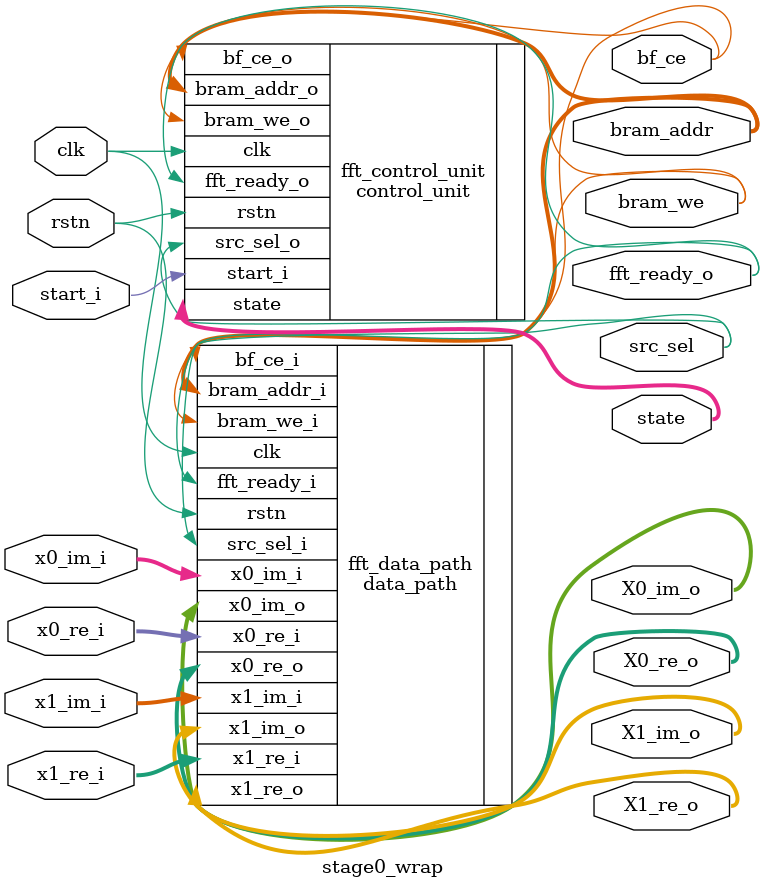
<source format=v>
module stage0_wrap(
    input wire clk,
    input wire rstn,
    input wire start_i,

    input wire [31:0] x0_re_i,
    input wire [31:0] x0_im_i,
    input wire [31:0] x1_re_i,
    input wire [31:0] x1_im_i,

    output wire [31:0] X0_re_o,
    output wire [31:0] X0_im_o,
    output wire [31:0] X1_re_o,
    output wire [31:0] X1_im_o,

    output wire fft_ready_o,
    
    //************
    output wire [2:0] state,
    
    output wire src_sel,
    output wire bram_we,
    output wire bf_ce,
    output wire [8:0] bram_addr
    );

//wire src_sel;
//wire bram_we;
//wire bf_ce;
//wire bram_addr;

control_unit fft_control_unit (
    .clk(clk),
    .rstn(rstn),
    .start_i(start_i),
    .src_sel_o(src_sel),
    .fft_ready_o(fft_ready_o),
    .bram_we_o(bram_we),
    .bf_ce_o(bf_ce),
    .bram_addr_o(bram_addr),
    
    .state(state)
    );

data_path fft_data_path (
    .clk(clk),
    .rstn(rstn),
    .x0_re_i(x0_re_i),
    .x0_im_i(x0_im_i),
    .x1_re_i(x1_re_i),
    .x1_im_i(x1_im_i),
    .bram_addr_i(bram_addr),
    .src_sel_i(src_sel),
    .fft_ready_i(fft_ready_o),
    .bram_we_i(bram_we),
    .bf_ce_i(bf_ce),
    .x0_re_o(X0_re_o),
    .x0_im_o(X0_im_o),
    .x1_re_o(X1_re_o),
    .x1_im_o(X1_im_o)
    );

endmodule

</source>
